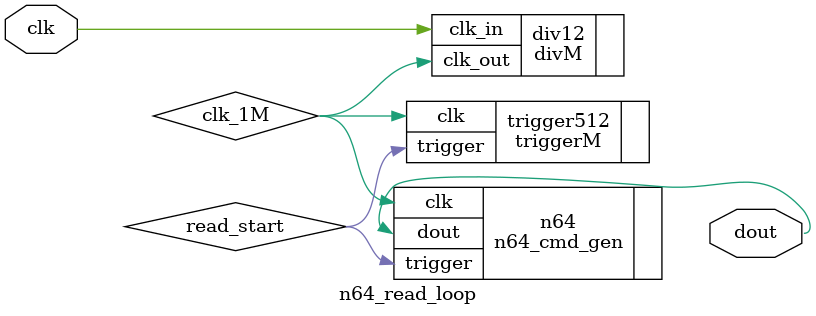
<source format=v>
module n64_read_loop(input wire clk, output wire dout);

//-- Cable entre contador y registro de desplazamiento
wire read_start;
wire clk_1M;

//-- Instanciar el registro de desplazamiento y establecer el valor del inicial
//-- Instanciar el componente y establecer el valor del divisor
n64_cmd_gen n64 (
    .clk(clk_1M),
    .trigger(read_start),
    .dout(dout)
  );

divM div12 (
    .clk_in(clk),
    .clk_out(clk_1M)
    );

triggerM trigger512 (
    .clk(clk_1M),
    .trigger(read_start)
    );
endmodule

</source>
